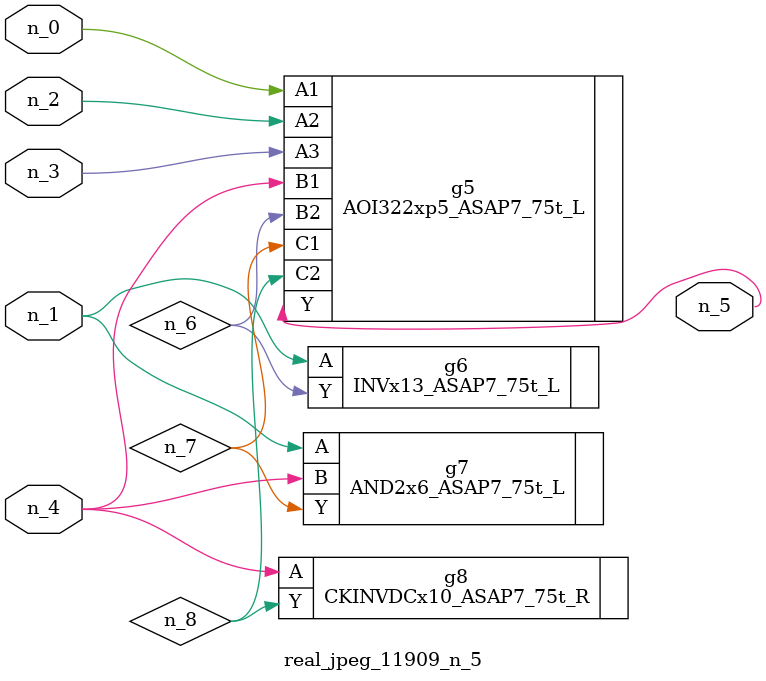
<source format=v>
module real_jpeg_11909_n_5 (n_4, n_0, n_1, n_2, n_3, n_5);

input n_4;
input n_0;
input n_1;
input n_2;
input n_3;

output n_5;

wire n_8;
wire n_6;
wire n_7;

AOI322xp5_ASAP7_75t_L g5 ( 
.A1(n_0),
.A2(n_2),
.A3(n_3),
.B1(n_4),
.B2(n_6),
.C1(n_7),
.C2(n_8),
.Y(n_5)
);

INVx13_ASAP7_75t_L g6 ( 
.A(n_1),
.Y(n_6)
);

AND2x6_ASAP7_75t_L g7 ( 
.A(n_1),
.B(n_4),
.Y(n_7)
);

CKINVDCx10_ASAP7_75t_R g8 ( 
.A(n_4),
.Y(n_8)
);


endmodule
</source>
